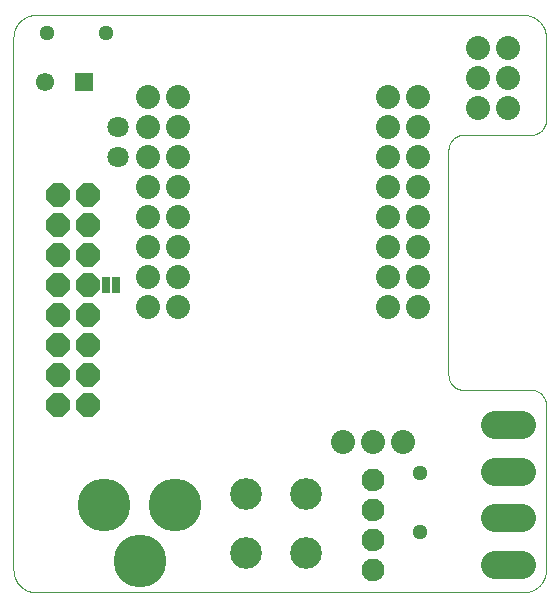
<source format=gts>
G75*
%MOIN*%
%OFA0B0*%
%FSLAX25Y25*%
%IPPOS*%
%LPD*%
%AMOC8*
5,1,8,0,0,1.08239X$1,22.5*
%
%ADD10C,0.00100*%
%ADD11C,0.08000*%
%ADD12OC8,0.08000*%
%ADD13C,0.17600*%
%ADD14C,0.10600*%
%ADD15C,0.07600*%
%ADD16R,0.06100X0.06100*%
%ADD17C,0.06100*%
%ADD18C,0.05100*%
%ADD19C,0.07100*%
%ADD20R,0.03100X0.05600*%
%ADD21C,0.09458*%
D10*
X0007500Y0015000D02*
X0007500Y0192500D01*
X0007502Y0192681D01*
X0007509Y0192862D01*
X0007520Y0193043D01*
X0007535Y0193224D01*
X0007555Y0193404D01*
X0007579Y0193584D01*
X0007607Y0193763D01*
X0007640Y0193941D01*
X0007677Y0194118D01*
X0007718Y0194295D01*
X0007763Y0194470D01*
X0007813Y0194645D01*
X0007867Y0194818D01*
X0007925Y0194989D01*
X0007987Y0195160D01*
X0008054Y0195328D01*
X0008124Y0195495D01*
X0008198Y0195661D01*
X0008277Y0195824D01*
X0008359Y0195985D01*
X0008445Y0196145D01*
X0008535Y0196302D01*
X0008629Y0196457D01*
X0008726Y0196610D01*
X0008828Y0196760D01*
X0008932Y0196908D01*
X0009041Y0197054D01*
X0009152Y0197196D01*
X0009268Y0197336D01*
X0009386Y0197473D01*
X0009508Y0197608D01*
X0009633Y0197739D01*
X0009761Y0197867D01*
X0009892Y0197992D01*
X0010027Y0198114D01*
X0010164Y0198232D01*
X0010304Y0198348D01*
X0010446Y0198459D01*
X0010592Y0198568D01*
X0010740Y0198672D01*
X0010890Y0198774D01*
X0011043Y0198871D01*
X0011198Y0198965D01*
X0011355Y0199055D01*
X0011515Y0199141D01*
X0011676Y0199223D01*
X0011839Y0199302D01*
X0012005Y0199376D01*
X0012172Y0199446D01*
X0012340Y0199513D01*
X0012511Y0199575D01*
X0012682Y0199633D01*
X0012855Y0199687D01*
X0013030Y0199737D01*
X0013205Y0199782D01*
X0013382Y0199823D01*
X0013559Y0199860D01*
X0013737Y0199893D01*
X0013916Y0199921D01*
X0014096Y0199945D01*
X0014276Y0199965D01*
X0014457Y0199980D01*
X0014638Y0199991D01*
X0014819Y0199998D01*
X0015000Y0200000D01*
X0177500Y0200000D01*
X0177681Y0199998D01*
X0177862Y0199991D01*
X0178043Y0199980D01*
X0178224Y0199965D01*
X0178404Y0199945D01*
X0178584Y0199921D01*
X0178763Y0199893D01*
X0178941Y0199860D01*
X0179118Y0199823D01*
X0179295Y0199782D01*
X0179470Y0199737D01*
X0179645Y0199687D01*
X0179818Y0199633D01*
X0179989Y0199575D01*
X0180160Y0199513D01*
X0180328Y0199446D01*
X0180495Y0199376D01*
X0180661Y0199302D01*
X0180824Y0199223D01*
X0180985Y0199141D01*
X0181145Y0199055D01*
X0181302Y0198965D01*
X0181457Y0198871D01*
X0181610Y0198774D01*
X0181760Y0198672D01*
X0181908Y0198568D01*
X0182054Y0198459D01*
X0182196Y0198348D01*
X0182336Y0198232D01*
X0182473Y0198114D01*
X0182608Y0197992D01*
X0182739Y0197867D01*
X0182867Y0197739D01*
X0182992Y0197608D01*
X0183114Y0197473D01*
X0183232Y0197336D01*
X0183348Y0197196D01*
X0183459Y0197054D01*
X0183568Y0196908D01*
X0183672Y0196760D01*
X0183774Y0196610D01*
X0183871Y0196457D01*
X0183965Y0196302D01*
X0184055Y0196145D01*
X0184141Y0195985D01*
X0184223Y0195824D01*
X0184302Y0195661D01*
X0184376Y0195495D01*
X0184446Y0195328D01*
X0184513Y0195160D01*
X0184575Y0194989D01*
X0184633Y0194818D01*
X0184687Y0194645D01*
X0184737Y0194470D01*
X0184782Y0194295D01*
X0184823Y0194118D01*
X0184860Y0193941D01*
X0184893Y0193763D01*
X0184921Y0193584D01*
X0184945Y0193404D01*
X0184965Y0193224D01*
X0184980Y0193043D01*
X0184991Y0192862D01*
X0184998Y0192681D01*
X0185000Y0192500D01*
X0185000Y0165000D01*
X0184998Y0164860D01*
X0184992Y0164720D01*
X0184982Y0164580D01*
X0184969Y0164440D01*
X0184951Y0164301D01*
X0184929Y0164162D01*
X0184904Y0164025D01*
X0184875Y0163887D01*
X0184842Y0163751D01*
X0184805Y0163616D01*
X0184764Y0163482D01*
X0184719Y0163349D01*
X0184671Y0163217D01*
X0184619Y0163087D01*
X0184564Y0162958D01*
X0184505Y0162831D01*
X0184442Y0162705D01*
X0184376Y0162581D01*
X0184307Y0162460D01*
X0184234Y0162340D01*
X0184157Y0162222D01*
X0184078Y0162107D01*
X0183995Y0161993D01*
X0183909Y0161883D01*
X0183820Y0161774D01*
X0183728Y0161668D01*
X0183633Y0161565D01*
X0183536Y0161464D01*
X0183435Y0161367D01*
X0183332Y0161272D01*
X0183226Y0161180D01*
X0183117Y0161091D01*
X0183007Y0161005D01*
X0182893Y0160922D01*
X0182778Y0160843D01*
X0182660Y0160766D01*
X0182540Y0160693D01*
X0182419Y0160624D01*
X0182295Y0160558D01*
X0182169Y0160495D01*
X0182042Y0160436D01*
X0181913Y0160381D01*
X0181783Y0160329D01*
X0181651Y0160281D01*
X0181518Y0160236D01*
X0181384Y0160195D01*
X0181249Y0160158D01*
X0181113Y0160125D01*
X0180975Y0160096D01*
X0180838Y0160071D01*
X0180699Y0160049D01*
X0180560Y0160031D01*
X0180420Y0160018D01*
X0180280Y0160008D01*
X0180140Y0160002D01*
X0180000Y0160000D01*
X0157500Y0160000D01*
X0157360Y0159998D01*
X0157220Y0159992D01*
X0157080Y0159982D01*
X0156940Y0159969D01*
X0156801Y0159951D01*
X0156662Y0159929D01*
X0156525Y0159904D01*
X0156387Y0159875D01*
X0156251Y0159842D01*
X0156116Y0159805D01*
X0155982Y0159764D01*
X0155849Y0159719D01*
X0155717Y0159671D01*
X0155587Y0159619D01*
X0155458Y0159564D01*
X0155331Y0159505D01*
X0155205Y0159442D01*
X0155081Y0159376D01*
X0154960Y0159307D01*
X0154840Y0159234D01*
X0154722Y0159157D01*
X0154607Y0159078D01*
X0154493Y0158995D01*
X0154383Y0158909D01*
X0154274Y0158820D01*
X0154168Y0158728D01*
X0154065Y0158633D01*
X0153964Y0158536D01*
X0153867Y0158435D01*
X0153772Y0158332D01*
X0153680Y0158226D01*
X0153591Y0158117D01*
X0153505Y0158007D01*
X0153422Y0157893D01*
X0153343Y0157778D01*
X0153266Y0157660D01*
X0153193Y0157540D01*
X0153124Y0157419D01*
X0153058Y0157295D01*
X0152995Y0157169D01*
X0152936Y0157042D01*
X0152881Y0156913D01*
X0152829Y0156783D01*
X0152781Y0156651D01*
X0152736Y0156518D01*
X0152695Y0156384D01*
X0152658Y0156249D01*
X0152625Y0156113D01*
X0152596Y0155975D01*
X0152571Y0155838D01*
X0152549Y0155699D01*
X0152531Y0155560D01*
X0152518Y0155420D01*
X0152508Y0155280D01*
X0152502Y0155140D01*
X0152500Y0155000D01*
X0152500Y0080000D01*
X0152502Y0079860D01*
X0152508Y0079720D01*
X0152518Y0079580D01*
X0152531Y0079440D01*
X0152549Y0079301D01*
X0152571Y0079162D01*
X0152596Y0079025D01*
X0152625Y0078887D01*
X0152658Y0078751D01*
X0152695Y0078616D01*
X0152736Y0078482D01*
X0152781Y0078349D01*
X0152829Y0078217D01*
X0152881Y0078087D01*
X0152936Y0077958D01*
X0152995Y0077831D01*
X0153058Y0077705D01*
X0153124Y0077581D01*
X0153193Y0077460D01*
X0153266Y0077340D01*
X0153343Y0077222D01*
X0153422Y0077107D01*
X0153505Y0076993D01*
X0153591Y0076883D01*
X0153680Y0076774D01*
X0153772Y0076668D01*
X0153867Y0076565D01*
X0153964Y0076464D01*
X0154065Y0076367D01*
X0154168Y0076272D01*
X0154274Y0076180D01*
X0154383Y0076091D01*
X0154493Y0076005D01*
X0154607Y0075922D01*
X0154722Y0075843D01*
X0154840Y0075766D01*
X0154960Y0075693D01*
X0155081Y0075624D01*
X0155205Y0075558D01*
X0155331Y0075495D01*
X0155458Y0075436D01*
X0155587Y0075381D01*
X0155717Y0075329D01*
X0155849Y0075281D01*
X0155982Y0075236D01*
X0156116Y0075195D01*
X0156251Y0075158D01*
X0156387Y0075125D01*
X0156525Y0075096D01*
X0156662Y0075071D01*
X0156801Y0075049D01*
X0156940Y0075031D01*
X0157080Y0075018D01*
X0157220Y0075008D01*
X0157360Y0075002D01*
X0157500Y0075000D01*
X0180000Y0075000D01*
X0180140Y0074998D01*
X0180280Y0074992D01*
X0180420Y0074982D01*
X0180560Y0074969D01*
X0180699Y0074951D01*
X0180838Y0074929D01*
X0180975Y0074904D01*
X0181113Y0074875D01*
X0181249Y0074842D01*
X0181384Y0074805D01*
X0181518Y0074764D01*
X0181651Y0074719D01*
X0181783Y0074671D01*
X0181913Y0074619D01*
X0182042Y0074564D01*
X0182169Y0074505D01*
X0182295Y0074442D01*
X0182419Y0074376D01*
X0182540Y0074307D01*
X0182660Y0074234D01*
X0182778Y0074157D01*
X0182893Y0074078D01*
X0183007Y0073995D01*
X0183117Y0073909D01*
X0183226Y0073820D01*
X0183332Y0073728D01*
X0183435Y0073633D01*
X0183536Y0073536D01*
X0183633Y0073435D01*
X0183728Y0073332D01*
X0183820Y0073226D01*
X0183909Y0073117D01*
X0183995Y0073007D01*
X0184078Y0072893D01*
X0184157Y0072778D01*
X0184234Y0072660D01*
X0184307Y0072540D01*
X0184376Y0072419D01*
X0184442Y0072295D01*
X0184505Y0072169D01*
X0184564Y0072042D01*
X0184619Y0071913D01*
X0184671Y0071783D01*
X0184719Y0071651D01*
X0184764Y0071518D01*
X0184805Y0071384D01*
X0184842Y0071249D01*
X0184875Y0071113D01*
X0184904Y0070975D01*
X0184929Y0070838D01*
X0184951Y0070699D01*
X0184969Y0070560D01*
X0184982Y0070420D01*
X0184992Y0070280D01*
X0184998Y0070140D01*
X0185000Y0070000D01*
X0185000Y0015000D01*
X0184998Y0014819D01*
X0184991Y0014638D01*
X0184980Y0014457D01*
X0184965Y0014276D01*
X0184945Y0014096D01*
X0184921Y0013916D01*
X0184893Y0013737D01*
X0184860Y0013559D01*
X0184823Y0013382D01*
X0184782Y0013205D01*
X0184737Y0013030D01*
X0184687Y0012855D01*
X0184633Y0012682D01*
X0184575Y0012511D01*
X0184513Y0012340D01*
X0184446Y0012172D01*
X0184376Y0012005D01*
X0184302Y0011839D01*
X0184223Y0011676D01*
X0184141Y0011515D01*
X0184055Y0011355D01*
X0183965Y0011198D01*
X0183871Y0011043D01*
X0183774Y0010890D01*
X0183672Y0010740D01*
X0183568Y0010592D01*
X0183459Y0010446D01*
X0183348Y0010304D01*
X0183232Y0010164D01*
X0183114Y0010027D01*
X0182992Y0009892D01*
X0182867Y0009761D01*
X0182739Y0009633D01*
X0182608Y0009508D01*
X0182473Y0009386D01*
X0182336Y0009268D01*
X0182196Y0009152D01*
X0182054Y0009041D01*
X0181908Y0008932D01*
X0181760Y0008828D01*
X0181610Y0008726D01*
X0181457Y0008629D01*
X0181302Y0008535D01*
X0181145Y0008445D01*
X0180985Y0008359D01*
X0180824Y0008277D01*
X0180661Y0008198D01*
X0180495Y0008124D01*
X0180328Y0008054D01*
X0180160Y0007987D01*
X0179989Y0007925D01*
X0179818Y0007867D01*
X0179645Y0007813D01*
X0179470Y0007763D01*
X0179295Y0007718D01*
X0179118Y0007677D01*
X0178941Y0007640D01*
X0178763Y0007607D01*
X0178584Y0007579D01*
X0178404Y0007555D01*
X0178224Y0007535D01*
X0178043Y0007520D01*
X0177862Y0007509D01*
X0177681Y0007502D01*
X0177500Y0007500D01*
X0015000Y0007500D01*
X0014819Y0007502D01*
X0014638Y0007509D01*
X0014457Y0007520D01*
X0014276Y0007535D01*
X0014096Y0007555D01*
X0013916Y0007579D01*
X0013737Y0007607D01*
X0013559Y0007640D01*
X0013382Y0007677D01*
X0013205Y0007718D01*
X0013030Y0007763D01*
X0012855Y0007813D01*
X0012682Y0007867D01*
X0012511Y0007925D01*
X0012340Y0007987D01*
X0012172Y0008054D01*
X0012005Y0008124D01*
X0011839Y0008198D01*
X0011676Y0008277D01*
X0011515Y0008359D01*
X0011355Y0008445D01*
X0011198Y0008535D01*
X0011043Y0008629D01*
X0010890Y0008726D01*
X0010740Y0008828D01*
X0010592Y0008932D01*
X0010446Y0009041D01*
X0010304Y0009152D01*
X0010164Y0009268D01*
X0010027Y0009386D01*
X0009892Y0009508D01*
X0009761Y0009633D01*
X0009633Y0009761D01*
X0009508Y0009892D01*
X0009386Y0010027D01*
X0009268Y0010164D01*
X0009152Y0010304D01*
X0009041Y0010446D01*
X0008932Y0010592D01*
X0008828Y0010740D01*
X0008726Y0010890D01*
X0008629Y0011043D01*
X0008535Y0011198D01*
X0008445Y0011355D01*
X0008359Y0011515D01*
X0008277Y0011676D01*
X0008198Y0011839D01*
X0008124Y0012005D01*
X0008054Y0012172D01*
X0007987Y0012340D01*
X0007925Y0012511D01*
X0007867Y0012682D01*
X0007813Y0012855D01*
X0007763Y0013030D01*
X0007718Y0013205D01*
X0007677Y0013382D01*
X0007640Y0013559D01*
X0007607Y0013737D01*
X0007579Y0013916D01*
X0007555Y0014096D01*
X0007535Y0014276D01*
X0007520Y0014457D01*
X0007509Y0014638D01*
X0007502Y0014819D01*
X0007500Y0015000D01*
D11*
X0052500Y0102500D03*
X0052500Y0112500D03*
X0052500Y0122500D03*
X0052500Y0132500D03*
X0052500Y0142500D03*
X0052500Y0152500D03*
X0052500Y0162500D03*
X0052500Y0172500D03*
X0062500Y0172500D03*
X0062500Y0162500D03*
X0062500Y0152500D03*
X0062500Y0142500D03*
X0062500Y0132500D03*
X0062500Y0122500D03*
X0062500Y0112500D03*
X0062500Y0102500D03*
X0117500Y0057500D03*
X0127500Y0057500D03*
X0137500Y0057500D03*
X0132500Y0102500D03*
X0132500Y0112500D03*
X0132500Y0122500D03*
X0132500Y0132500D03*
X0132500Y0142500D03*
X0132500Y0152500D03*
X0132500Y0162500D03*
X0132500Y0172500D03*
X0142500Y0172500D03*
X0142500Y0162500D03*
X0142500Y0152500D03*
X0142500Y0142500D03*
X0142500Y0132500D03*
X0142500Y0122500D03*
X0142500Y0112500D03*
X0142500Y0102500D03*
X0162500Y0169000D03*
X0162500Y0179000D03*
X0162500Y0189000D03*
X0172500Y0189000D03*
X0172500Y0179000D03*
X0172500Y0169000D03*
D12*
X0032500Y0140000D03*
X0032500Y0130000D03*
X0032500Y0120000D03*
X0032500Y0110000D03*
X0032500Y0100000D03*
X0032500Y0090000D03*
X0032500Y0080000D03*
X0032500Y0070000D03*
X0022500Y0070000D03*
X0022500Y0080000D03*
X0022500Y0090000D03*
X0022500Y0100000D03*
X0022500Y0110000D03*
X0022500Y0120000D03*
X0022500Y0130000D03*
X0022500Y0140000D03*
D13*
X0037815Y0036500D03*
X0049626Y0017996D03*
X0061437Y0036500D03*
D14*
X0085157Y0040374D03*
X0085157Y0020689D03*
X0104843Y0020689D03*
X0104843Y0040374D03*
D15*
X0127500Y0045000D03*
X0127500Y0035000D03*
X0127500Y0025000D03*
X0127500Y0015000D03*
D16*
X0031000Y0177500D03*
D17*
X0018000Y0177500D03*
D18*
X0018657Y0194000D03*
X0038343Y0194000D03*
X0143000Y0047343D03*
X0143000Y0027657D03*
D19*
X0042500Y0152500D03*
X0042500Y0162500D03*
D20*
X0041600Y0110000D03*
X0038400Y0110000D03*
D21*
X0168071Y0063386D02*
X0176929Y0063386D01*
X0176929Y0047795D02*
X0168071Y0047795D01*
X0168071Y0032205D02*
X0176929Y0032205D01*
X0176929Y0016614D02*
X0168071Y0016614D01*
M02*

</source>
